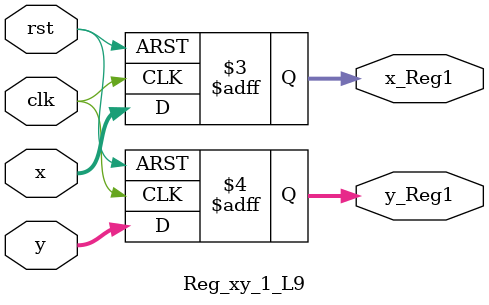
<source format=v>
module Reg_xy_1_L9(x_Reg1,y_Reg1,clk,rst,x,y);
output reg [3:0] x_Reg1,y_Reg1;
input clk,rst;
input [3:0] x,y;

always @ (posedge clk or negedge rst)
	begin
		if (!rst )begin 
			x_Reg1<=0; y_Reg1<=0;end
		else  begin
			x_Reg1<=x; y_Reg1<=y;end
	end

endmodule

</source>
